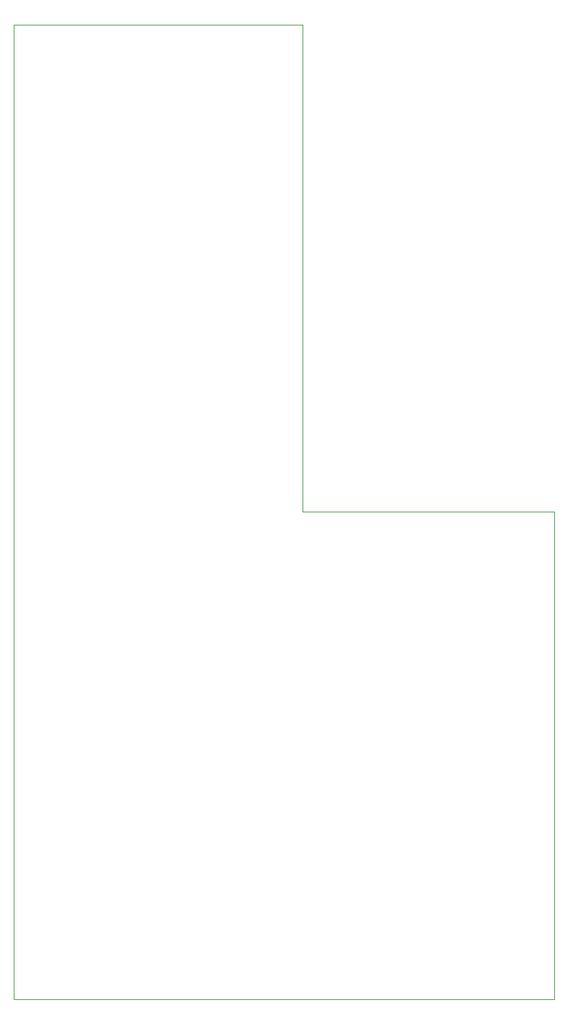
<source format=gbr>
%TF.GenerationSoftware,KiCad,Pcbnew,5.1.12-84ad8e8a86~92~ubuntu20.04.1*%
%TF.CreationDate,2021-11-13T15:40:40-05:00*%
%TF.ProjectId,gearseq,67656172-7365-4712-9e6b-696361645f70,rev?*%
%TF.SameCoordinates,Original*%
%TF.FileFunction,Profile,NP*%
%FSLAX46Y46*%
G04 Gerber Fmt 4.6, Leading zero omitted, Abs format (unit mm)*
G04 Created by KiCad (PCBNEW 5.1.12-84ad8e8a86~92~ubuntu20.04.1) date 2021-11-13 15:40:40*
%MOMM*%
%LPD*%
G01*
G04 APERTURE LIST*
%TA.AperFunction,Profile*%
%ADD10C,0.100000*%
%TD*%
G04 APERTURE END LIST*
D10*
X235500000Y-142000000D02*
X235500000Y-82000000D01*
X204500000Y-22000000D02*
X204500000Y-82000000D01*
X169000000Y-142000000D02*
X235500000Y-142000000D01*
X169000000Y-22000000D02*
X169000000Y-142000000D01*
X204500000Y-22000000D02*
X169000000Y-22000000D01*
X204500000Y-82000000D02*
X235500000Y-82000000D01*
M02*

</source>
